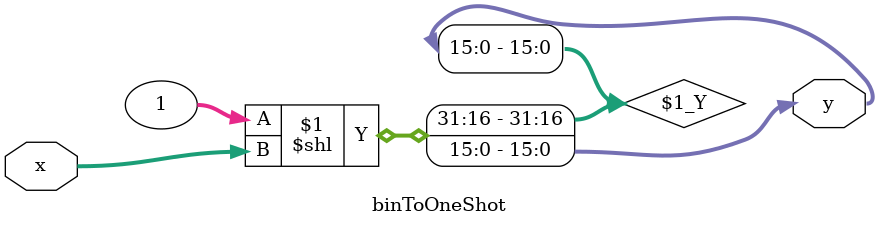
<source format=v>
`timescale 1ns/1ps

module binToOneShot(x,y);
  parameter IN_WIDTH=4;
  parameter OUT_WIDTH=16;
  
  input wire [IN_WIDTH-1:0]x;
  output wire [OUT_WIDTH-1:0]y;
  
  assign y=1<<x;	//1 bitini x'in değeri kadar shift et
  
endmodule

</source>
